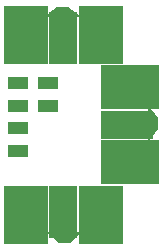
<source format=gbr>
G04 #@! TF.GenerationSoftware,KiCad,Pcbnew,no-vcs-found-01f5a12~58~ubuntu17.04.1*
G04 #@! TF.CreationDate,2017-04-20T18:40:21-07:00*
G04 #@! TF.ProjectId,Reflection_Bridge,5265666C656374696F6E5F4272696467,rev?*
G04 #@! TF.FileFunction,Soldermask,Top*
G04 #@! TF.FilePolarity,Negative*
%FSLAX46Y46*%
G04 Gerber Fmt 4.6, Leading zero omitted, Abs format (unit mm)*
G04 Created by KiCad (PCBNEW no-vcs-found-01f5a12~58~ubuntu17.04.1) date Thu Apr 20 18:40:21 2017*
%MOMM*%
%LPD*%
G01*
G04 APERTURE LIST*
%ADD10C,0.100000*%
%ADD11R,3.702000X4.972000*%
%ADD12C,0.900380*%
%ADD13R,2.398980X4.471620*%
%ADD14R,4.972000X3.702000*%
%ADD15R,4.471620X2.398980*%
%ADD16R,1.700000X1.100000*%
G04 APERTURE END LIST*
D10*
D11*
X80655160Y-58420000D03*
D12*
X83740000Y-56488000D03*
D10*
G36*
X85291182Y-56938190D02*
X82188818Y-56938190D01*
X83267446Y-56037810D01*
X84212554Y-56037810D01*
X85291182Y-56938190D01*
X85291182Y-56938190D01*
G37*
D13*
X83820000Y-58674000D03*
D11*
X86984840Y-58420000D03*
X80655160Y-73660000D03*
D13*
X83820000Y-73406000D03*
D12*
X83900000Y-75592000D03*
D10*
G36*
X82348818Y-75141810D02*
X85451182Y-75141810D01*
X84372554Y-76042190D01*
X83427446Y-76042190D01*
X82348818Y-75141810D01*
X82348818Y-75141810D01*
G37*
D11*
X86984840Y-73660000D03*
D14*
X89508000Y-62875160D03*
D12*
X91440000Y-65960000D03*
D10*
G36*
X90989810Y-67511182D02*
X90989810Y-64408818D01*
X91890190Y-65487446D01*
X91890190Y-66432554D01*
X90989810Y-67511182D01*
X90989810Y-67511182D01*
G37*
D15*
X89254000Y-66040000D03*
D14*
X89508000Y-69204840D03*
D16*
X80010000Y-64450000D03*
X80010000Y-62550000D03*
X80010000Y-68260000D03*
X80010000Y-66360000D03*
X82550000Y-62550000D03*
X82550000Y-64450000D03*
M02*

</source>
